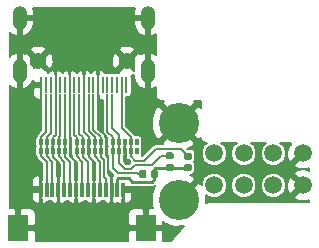
<source format=gtl>
G04 #@! TF.GenerationSoftware,KiCad,Pcbnew,(5.0.1)-4*
G04 #@! TF.CreationDate,2019-03-10T19:19:02+01:00*
G04 #@! TF.ProjectId,wii_hdmi_pcb,7769695F68646D695F7063622E6B6963,rev?*
G04 #@! TF.SameCoordinates,Original*
G04 #@! TF.FileFunction,Copper,L1,Top,Signal*
G04 #@! TF.FilePolarity,Positive*
%FSLAX46Y46*%
G04 Gerber Fmt 4.6, Leading zero omitted, Abs format (unit mm)*
G04 Created by KiCad (PCBNEW (5.0.1)-4) date 10.03.2019 19:19:02*
%MOMM*%
%LPD*%
G01*
G04 APERTURE LIST*
G04 #@! TA.AperFunction,SMDPad,CuDef*
%ADD10R,0.300000X1.300000*%
G04 #@! TD*
G04 #@! TA.AperFunction,SMDPad,CuDef*
%ADD11R,1.800000X2.200000*%
G04 #@! TD*
G04 #@! TA.AperFunction,SMDPad,CuDef*
%ADD12R,0.230000X1.400000*%
G04 #@! TD*
G04 #@! TA.AperFunction,ComponentPad*
%ADD13C,1.400000*%
G04 #@! TD*
G04 #@! TA.AperFunction,ComponentPad*
%ADD14O,1.250000X2.000000*%
G04 #@! TD*
G04 #@! TA.AperFunction,ComponentPad*
%ADD15C,1.500000*%
G04 #@! TD*
G04 #@! TA.AperFunction,ComponentPad*
%ADD16C,3.400000*%
G04 #@! TD*
G04 #@! TA.AperFunction,SMDPad,CuDef*
%ADD17R,0.300000X0.550000*%
G04 #@! TD*
G04 #@! TA.AperFunction,SMDPad,CuDef*
%ADD18R,0.400000X0.550000*%
G04 #@! TD*
G04 #@! TA.AperFunction,Conductor*
%ADD19C,0.100000*%
G04 #@! TD*
G04 #@! TA.AperFunction,SMDPad,CuDef*
%ADD20C,0.590000*%
G04 #@! TD*
G04 #@! TA.AperFunction,ViaPad*
%ADD21C,0.600000*%
G04 #@! TD*
G04 #@! TA.AperFunction,Conductor*
%ADD22C,0.150000*%
G04 #@! TD*
G04 #@! TA.AperFunction,Conductor*
%ADD23C,0.250000*%
G04 #@! TD*
G04 #@! TA.AperFunction,Conductor*
%ADD24C,0.200000*%
G04 #@! TD*
G04 APERTURE END LIST*
D10*
G04 #@! TO.P,J1,15*
G04 #@! TO.N,GND*
X138562000Y-68378000D03*
G04 #@! TO.P,J1,14*
G04 #@! TO.N,+5V*
X138062000Y-68378000D03*
G04 #@! TO.P,J1,13*
G04 #@! TO.N,GND*
X137562000Y-68378000D03*
G04 #@! TO.P,J1,12*
G04 #@! TO.N,TMDS_CLOCK_-*
X137062000Y-68378000D03*
G04 #@! TO.P,J1,11*
G04 #@! TO.N,TMDS_CLOCK_+*
X136562000Y-68378000D03*
G04 #@! TO.P,J1,10*
G04 #@! TO.N,GND*
X136062000Y-68378000D03*
G04 #@! TO.P,J1,9*
G04 #@! TO.N,TMDS_DATA0_-*
X135562000Y-68378000D03*
G04 #@! TO.P,J1,8*
G04 #@! TO.N,TMDS_DATA0_+*
X135062000Y-68378000D03*
G04 #@! TO.P,J1,7*
G04 #@! TO.N,GND*
X134562000Y-68378000D03*
G04 #@! TO.P,J1,6*
G04 #@! TO.N,TMDS_DATA1_-*
X134062000Y-68378000D03*
G04 #@! TO.P,J1,5*
G04 #@! TO.N,TMDS_DATA1_+*
X133562000Y-68378000D03*
G04 #@! TO.P,J1,4*
G04 #@! TO.N,GND*
X133062000Y-68378000D03*
G04 #@! TO.P,J1,3*
G04 #@! TO.N,TMDS_DATA2_-*
X132562000Y-68378000D03*
G04 #@! TO.P,J1,2*
G04 #@! TO.N,TMDS_DATA2_+*
X132062000Y-68378000D03*
G04 #@! TO.P,J1,1*
G04 #@! TO.N,GND*
X131562000Y-68378000D03*
D11*
G04 #@! TO.P,J1,MP*
X129662000Y-71628000D03*
X140462000Y-71628000D03*
G04 #@! TD*
D12*
G04 #@! TO.P,J2,16*
G04 #@! TO.N,SDA*
X137619000Y-59542000D03*
G04 #@! TO.P,J2,17*
G04 #@! TO.N,Net-(J2-Pad17)*
X138019000Y-59542000D03*
G04 #@! TO.P,J2,18*
G04 #@! TO.N,POWER_EDID*
X138419000Y-59542000D03*
G04 #@! TO.P,J2,19*
G04 #@! TO.N,Net-(J2-Pad19)*
X138819000Y-59542000D03*
D13*
G04 #@! TO.P,J2,SH*
G04 #@! TO.N,GND*
X131366000Y-57486000D03*
X138866000Y-57486000D03*
D14*
X129794000Y-53848000D03*
X140644000Y-53848000D03*
X129794000Y-58348000D03*
X140644000Y-58348000D03*
D12*
G04 #@! TO.P,J2,12*
G04 #@! TO.N,TMDS_CLOCK_-*
X136019000Y-59542000D03*
G04 #@! TO.P,J2,14*
G04 #@! TO.N,Net-(J2-Pad14)*
X136819000Y-59542000D03*
G04 #@! TO.P,J2,15*
G04 #@! TO.N,SCL*
X137219000Y-59542000D03*
G04 #@! TO.P,J2,13*
G04 #@! TO.N,GND*
X136419000Y-59542000D03*
G04 #@! TO.P,J2,6*
G04 #@! TO.N,TMDS_DATA1_-*
X133619000Y-59542000D03*
G04 #@! TO.P,J2,4*
G04 #@! TO.N,GND*
X132819000Y-59542000D03*
G04 #@! TO.P,J2,9*
G04 #@! TO.N,TMDS_DATA0_-*
X134819000Y-59542000D03*
G04 #@! TO.P,J2,10*
G04 #@! TO.N,GND*
X135219000Y-59542000D03*
G04 #@! TO.P,J2,11*
G04 #@! TO.N,TMDS_CLOCK_+*
X135619000Y-59542000D03*
G04 #@! TO.P,J2,5*
G04 #@! TO.N,TMDS_DATA1_+*
X133219000Y-59542000D03*
G04 #@! TO.P,J2,8*
G04 #@! TO.N,TMDS_DATA0_+*
X134419000Y-59542000D03*
G04 #@! TO.P,J2,7*
G04 #@! TO.N,GND*
X134019000Y-59542000D03*
G04 #@! TO.P,J2,2*
G04 #@! TO.N,TMDS_DATA2_+*
X132019000Y-59542000D03*
G04 #@! TO.P,J2,3*
G04 #@! TO.N,TMDS_DATA2_-*
X132419000Y-59542000D03*
G04 #@! TO.P,J2,1*
G04 #@! TO.N,GND*
X131619000Y-59542000D03*
G04 #@! TD*
D15*
G04 #@! TO.P,J3,3*
G04 #@! TO.N,Net-(J3-Pad3)*
X148756000Y-65326000D03*
G04 #@! TO.P,J3,7*
G04 #@! TO.N,GND*
X153756000Y-65326000D03*
G04 #@! TO.P,J3,5*
G04 #@! TO.N,Net-(J3-Pad5)*
X151256000Y-65326000D03*
G04 #@! TO.P,J3,1*
G04 #@! TO.N,Net-(J3-Pad1)*
X146256000Y-65326000D03*
G04 #@! TO.P,J3,8*
G04 #@! TO.N,GND*
X153756000Y-68026000D03*
G04 #@! TO.P,J3,6*
G04 #@! TO.N,Net-(J3-Pad6)*
X151256000Y-68026000D03*
G04 #@! TO.P,J3,4*
G04 #@! TO.N,Net-(J3-Pad4)*
X148756000Y-68026000D03*
G04 #@! TO.P,J3,2*
G04 #@! TO.N,Net-(J3-Pad2)*
X146256000Y-68026000D03*
D16*
G04 #@! TO.P,J3,10*
G04 #@! TO.N,GND*
X143256000Y-69238000D03*
G04 #@! TO.P,J3,9*
X143256000Y-62738000D03*
G04 #@! TD*
D17*
G04 #@! TO.P,U1,2*
G04 #@! TO.N,TMDS_DATA2_-*
X132088000Y-65155000D03*
G04 #@! TO.P,U1,1*
G04 #@! TO.N,TMDS_DATA2_+*
X131588000Y-65155000D03*
G04 #@! TO.P,U1,10*
X131588000Y-64385000D03*
G04 #@! TO.P,U1,9*
G04 #@! TO.N,TMDS_DATA2_-*
X132088000Y-64385000D03*
G04 #@! TO.P,U1,4*
G04 #@! TO.N,TMDS_DATA1_+*
X133088000Y-65155000D03*
G04 #@! TO.P,U1,5*
G04 #@! TO.N,TMDS_DATA1_-*
X133588000Y-65155000D03*
G04 #@! TO.P,U1,6*
X133588000Y-64385000D03*
G04 #@! TO.P,U1,7*
G04 #@! TO.N,TMDS_DATA1_+*
X133088000Y-64385000D03*
D18*
G04 #@! TO.P,U1,8*
G04 #@! TO.N,GND*
X132588000Y-64385000D03*
G04 #@! TO.P,U1,3*
X132588000Y-65155000D03*
G04 #@! TD*
D17*
G04 #@! TO.P,U2,2*
G04 #@! TO.N,TMDS_DATA0_-*
X135128000Y-65155000D03*
G04 #@! TO.P,U2,1*
G04 #@! TO.N,TMDS_DATA0_+*
X134628000Y-65155000D03*
G04 #@! TO.P,U2,10*
X134628000Y-64385000D03*
G04 #@! TO.P,U2,9*
G04 #@! TO.N,TMDS_DATA0_-*
X135128000Y-64385000D03*
G04 #@! TO.P,U2,4*
G04 #@! TO.N,TMDS_CLOCK_+*
X136128000Y-65155000D03*
G04 #@! TO.P,U2,5*
G04 #@! TO.N,TMDS_CLOCK_-*
X136628000Y-65155000D03*
G04 #@! TO.P,U2,6*
X136628000Y-64385000D03*
G04 #@! TO.P,U2,7*
G04 #@! TO.N,TMDS_CLOCK_+*
X136128000Y-64385000D03*
D18*
G04 #@! TO.P,U2,8*
G04 #@! TO.N,GND*
X135628000Y-64385000D03*
G04 #@! TO.P,U2,3*
X135628000Y-65155000D03*
G04 #@! TD*
D17*
G04 #@! TO.P,U3,2*
G04 #@! TO.N,SDA*
X138184000Y-65155000D03*
G04 #@! TO.P,U3,1*
G04 #@! TO.N,SCL*
X137684000Y-65155000D03*
G04 #@! TO.P,U3,10*
X137684000Y-64385000D03*
G04 #@! TO.P,U3,9*
G04 #@! TO.N,SDA*
X138184000Y-64385000D03*
G04 #@! TO.P,U3,4*
G04 #@! TO.N,POWER_EDID*
X139184000Y-65155000D03*
G04 #@! TO.P,U3,5*
G04 #@! TO.N,Net-(U3-Pad5)*
X139684000Y-65155000D03*
G04 #@! TO.P,U3,6*
G04 #@! TO.N,Net-(U3-Pad6)*
X139684000Y-64385000D03*
G04 #@! TO.P,U3,7*
G04 #@! TO.N,POWER_EDID*
X139184000Y-64385000D03*
D18*
G04 #@! TO.P,U3,8*
G04 #@! TO.N,GND*
X138684000Y-64385000D03*
G04 #@! TO.P,U3,3*
X138684000Y-65155000D03*
G04 #@! TD*
D19*
G04 #@! TO.N,+5V*
G04 #@! TO.C,R1*
G36*
X144204958Y-66230710D02*
X144219276Y-66232834D01*
X144233317Y-66236351D01*
X144246946Y-66241228D01*
X144260031Y-66247417D01*
X144272447Y-66254858D01*
X144284073Y-66263481D01*
X144294798Y-66273202D01*
X144304519Y-66283927D01*
X144313142Y-66295553D01*
X144320583Y-66307969D01*
X144326772Y-66321054D01*
X144331649Y-66334683D01*
X144335166Y-66348724D01*
X144337290Y-66363042D01*
X144338000Y-66377500D01*
X144338000Y-66672500D01*
X144337290Y-66686958D01*
X144335166Y-66701276D01*
X144331649Y-66715317D01*
X144326772Y-66728946D01*
X144320583Y-66742031D01*
X144313142Y-66754447D01*
X144304519Y-66766073D01*
X144294798Y-66776798D01*
X144284073Y-66786519D01*
X144272447Y-66795142D01*
X144260031Y-66802583D01*
X144246946Y-66808772D01*
X144233317Y-66813649D01*
X144219276Y-66817166D01*
X144204958Y-66819290D01*
X144190500Y-66820000D01*
X143845500Y-66820000D01*
X143831042Y-66819290D01*
X143816724Y-66817166D01*
X143802683Y-66813649D01*
X143789054Y-66808772D01*
X143775969Y-66802583D01*
X143763553Y-66795142D01*
X143751927Y-66786519D01*
X143741202Y-66776798D01*
X143731481Y-66766073D01*
X143722858Y-66754447D01*
X143715417Y-66742031D01*
X143709228Y-66728946D01*
X143704351Y-66715317D01*
X143700834Y-66701276D01*
X143698710Y-66686958D01*
X143698000Y-66672500D01*
X143698000Y-66377500D01*
X143698710Y-66363042D01*
X143700834Y-66348724D01*
X143704351Y-66334683D01*
X143709228Y-66321054D01*
X143715417Y-66307969D01*
X143722858Y-66295553D01*
X143731481Y-66283927D01*
X143741202Y-66273202D01*
X143751927Y-66263481D01*
X143763553Y-66254858D01*
X143775969Y-66247417D01*
X143789054Y-66241228D01*
X143802683Y-66236351D01*
X143816724Y-66232834D01*
X143831042Y-66230710D01*
X143845500Y-66230000D01*
X144190500Y-66230000D01*
X144204958Y-66230710D01*
X144204958Y-66230710D01*
G37*
D20*
G04 #@! TD*
G04 #@! TO.P,R1,2*
G04 #@! TO.N,+5V*
X144018000Y-66525000D03*
D19*
G04 #@! TO.N,POWER_EDID*
G04 #@! TO.C,R1*
G36*
X144204958Y-65260710D02*
X144219276Y-65262834D01*
X144233317Y-65266351D01*
X144246946Y-65271228D01*
X144260031Y-65277417D01*
X144272447Y-65284858D01*
X144284073Y-65293481D01*
X144294798Y-65303202D01*
X144304519Y-65313927D01*
X144313142Y-65325553D01*
X144320583Y-65337969D01*
X144326772Y-65351054D01*
X144331649Y-65364683D01*
X144335166Y-65378724D01*
X144337290Y-65393042D01*
X144338000Y-65407500D01*
X144338000Y-65702500D01*
X144337290Y-65716958D01*
X144335166Y-65731276D01*
X144331649Y-65745317D01*
X144326772Y-65758946D01*
X144320583Y-65772031D01*
X144313142Y-65784447D01*
X144304519Y-65796073D01*
X144294798Y-65806798D01*
X144284073Y-65816519D01*
X144272447Y-65825142D01*
X144260031Y-65832583D01*
X144246946Y-65838772D01*
X144233317Y-65843649D01*
X144219276Y-65847166D01*
X144204958Y-65849290D01*
X144190500Y-65850000D01*
X143845500Y-65850000D01*
X143831042Y-65849290D01*
X143816724Y-65847166D01*
X143802683Y-65843649D01*
X143789054Y-65838772D01*
X143775969Y-65832583D01*
X143763553Y-65825142D01*
X143751927Y-65816519D01*
X143741202Y-65806798D01*
X143731481Y-65796073D01*
X143722858Y-65784447D01*
X143715417Y-65772031D01*
X143709228Y-65758946D01*
X143704351Y-65745317D01*
X143700834Y-65731276D01*
X143698710Y-65716958D01*
X143698000Y-65702500D01*
X143698000Y-65407500D01*
X143698710Y-65393042D01*
X143700834Y-65378724D01*
X143704351Y-65364683D01*
X143709228Y-65351054D01*
X143715417Y-65337969D01*
X143722858Y-65325553D01*
X143731481Y-65313927D01*
X143741202Y-65303202D01*
X143751927Y-65293481D01*
X143763553Y-65284858D01*
X143775969Y-65277417D01*
X143789054Y-65271228D01*
X143802683Y-65266351D01*
X143816724Y-65262834D01*
X143831042Y-65260710D01*
X143845500Y-65260000D01*
X144190500Y-65260000D01*
X144204958Y-65260710D01*
X144204958Y-65260710D01*
G37*
D20*
G04 #@! TD*
G04 #@! TO.P,R1,1*
G04 #@! TO.N,POWER_EDID*
X144018000Y-65555000D03*
D19*
G04 #@! TO.N,SDA*
G04 #@! TO.C,R2*
G36*
X142680958Y-65237710D02*
X142695276Y-65239834D01*
X142709317Y-65243351D01*
X142722946Y-65248228D01*
X142736031Y-65254417D01*
X142748447Y-65261858D01*
X142760073Y-65270481D01*
X142770798Y-65280202D01*
X142780519Y-65290927D01*
X142789142Y-65302553D01*
X142796583Y-65314969D01*
X142802772Y-65328054D01*
X142807649Y-65341683D01*
X142811166Y-65355724D01*
X142813290Y-65370042D01*
X142814000Y-65384500D01*
X142814000Y-65679500D01*
X142813290Y-65693958D01*
X142811166Y-65708276D01*
X142807649Y-65722317D01*
X142802772Y-65735946D01*
X142796583Y-65749031D01*
X142789142Y-65761447D01*
X142780519Y-65773073D01*
X142770798Y-65783798D01*
X142760073Y-65793519D01*
X142748447Y-65802142D01*
X142736031Y-65809583D01*
X142722946Y-65815772D01*
X142709317Y-65820649D01*
X142695276Y-65824166D01*
X142680958Y-65826290D01*
X142666500Y-65827000D01*
X142321500Y-65827000D01*
X142307042Y-65826290D01*
X142292724Y-65824166D01*
X142278683Y-65820649D01*
X142265054Y-65815772D01*
X142251969Y-65809583D01*
X142239553Y-65802142D01*
X142227927Y-65793519D01*
X142217202Y-65783798D01*
X142207481Y-65773073D01*
X142198858Y-65761447D01*
X142191417Y-65749031D01*
X142185228Y-65735946D01*
X142180351Y-65722317D01*
X142176834Y-65708276D01*
X142174710Y-65693958D01*
X142174000Y-65679500D01*
X142174000Y-65384500D01*
X142174710Y-65370042D01*
X142176834Y-65355724D01*
X142180351Y-65341683D01*
X142185228Y-65328054D01*
X142191417Y-65314969D01*
X142198858Y-65302553D01*
X142207481Y-65290927D01*
X142217202Y-65280202D01*
X142227927Y-65270481D01*
X142239553Y-65261858D01*
X142251969Y-65254417D01*
X142265054Y-65248228D01*
X142278683Y-65243351D01*
X142292724Y-65239834D01*
X142307042Y-65237710D01*
X142321500Y-65237000D01*
X142666500Y-65237000D01*
X142680958Y-65237710D01*
X142680958Y-65237710D01*
G37*
D20*
G04 #@! TD*
G04 #@! TO.P,R2,2*
G04 #@! TO.N,SDA*
X142494000Y-65532000D03*
D19*
G04 #@! TO.N,+5V*
G04 #@! TO.C,R2*
G36*
X142680958Y-66207710D02*
X142695276Y-66209834D01*
X142709317Y-66213351D01*
X142722946Y-66218228D01*
X142736031Y-66224417D01*
X142748447Y-66231858D01*
X142760073Y-66240481D01*
X142770798Y-66250202D01*
X142780519Y-66260927D01*
X142789142Y-66272553D01*
X142796583Y-66284969D01*
X142802772Y-66298054D01*
X142807649Y-66311683D01*
X142811166Y-66325724D01*
X142813290Y-66340042D01*
X142814000Y-66354500D01*
X142814000Y-66649500D01*
X142813290Y-66663958D01*
X142811166Y-66678276D01*
X142807649Y-66692317D01*
X142802772Y-66705946D01*
X142796583Y-66719031D01*
X142789142Y-66731447D01*
X142780519Y-66743073D01*
X142770798Y-66753798D01*
X142760073Y-66763519D01*
X142748447Y-66772142D01*
X142736031Y-66779583D01*
X142722946Y-66785772D01*
X142709317Y-66790649D01*
X142695276Y-66794166D01*
X142680958Y-66796290D01*
X142666500Y-66797000D01*
X142321500Y-66797000D01*
X142307042Y-66796290D01*
X142292724Y-66794166D01*
X142278683Y-66790649D01*
X142265054Y-66785772D01*
X142251969Y-66779583D01*
X142239553Y-66772142D01*
X142227927Y-66763519D01*
X142217202Y-66753798D01*
X142207481Y-66743073D01*
X142198858Y-66731447D01*
X142191417Y-66719031D01*
X142185228Y-66705946D01*
X142180351Y-66692317D01*
X142176834Y-66678276D01*
X142174710Y-66663958D01*
X142174000Y-66649500D01*
X142174000Y-66354500D01*
X142174710Y-66340042D01*
X142176834Y-66325724D01*
X142180351Y-66311683D01*
X142185228Y-66298054D01*
X142191417Y-66284969D01*
X142198858Y-66272553D01*
X142207481Y-66260927D01*
X142217202Y-66250202D01*
X142227927Y-66240481D01*
X142239553Y-66231858D01*
X142251969Y-66224417D01*
X142265054Y-66218228D01*
X142278683Y-66213351D01*
X142292724Y-66209834D01*
X142307042Y-66207710D01*
X142321500Y-66207000D01*
X142666500Y-66207000D01*
X142680958Y-66207710D01*
X142680958Y-66207710D01*
G37*
D20*
G04 #@! TD*
G04 #@! TO.P,R2,1*
G04 #@! TO.N,+5V*
X142494000Y-66502000D03*
D19*
G04 #@! TO.N,+5V*
G04 #@! TO.C,R3*
G36*
X141339958Y-66736710D02*
X141354276Y-66738834D01*
X141368317Y-66742351D01*
X141381946Y-66747228D01*
X141395031Y-66753417D01*
X141407447Y-66760858D01*
X141419073Y-66769481D01*
X141429798Y-66779202D01*
X141439519Y-66789927D01*
X141448142Y-66801553D01*
X141455583Y-66813969D01*
X141461772Y-66827054D01*
X141466649Y-66840683D01*
X141470166Y-66854724D01*
X141472290Y-66869042D01*
X141473000Y-66883500D01*
X141473000Y-67228500D01*
X141472290Y-67242958D01*
X141470166Y-67257276D01*
X141466649Y-67271317D01*
X141461772Y-67284946D01*
X141455583Y-67298031D01*
X141448142Y-67310447D01*
X141439519Y-67322073D01*
X141429798Y-67332798D01*
X141419073Y-67342519D01*
X141407447Y-67351142D01*
X141395031Y-67358583D01*
X141381946Y-67364772D01*
X141368317Y-67369649D01*
X141354276Y-67373166D01*
X141339958Y-67375290D01*
X141325500Y-67376000D01*
X141030500Y-67376000D01*
X141016042Y-67375290D01*
X141001724Y-67373166D01*
X140987683Y-67369649D01*
X140974054Y-67364772D01*
X140960969Y-67358583D01*
X140948553Y-67351142D01*
X140936927Y-67342519D01*
X140926202Y-67332798D01*
X140916481Y-67322073D01*
X140907858Y-67310447D01*
X140900417Y-67298031D01*
X140894228Y-67284946D01*
X140889351Y-67271317D01*
X140885834Y-67257276D01*
X140883710Y-67242958D01*
X140883000Y-67228500D01*
X140883000Y-66883500D01*
X140883710Y-66869042D01*
X140885834Y-66854724D01*
X140889351Y-66840683D01*
X140894228Y-66827054D01*
X140900417Y-66813969D01*
X140907858Y-66801553D01*
X140916481Y-66789927D01*
X140926202Y-66779202D01*
X140936927Y-66769481D01*
X140948553Y-66760858D01*
X140960969Y-66753417D01*
X140974054Y-66747228D01*
X140987683Y-66742351D01*
X141001724Y-66738834D01*
X141016042Y-66736710D01*
X141030500Y-66736000D01*
X141325500Y-66736000D01*
X141339958Y-66736710D01*
X141339958Y-66736710D01*
G37*
D20*
G04 #@! TD*
G04 #@! TO.P,R3,2*
G04 #@! TO.N,+5V*
X141178000Y-67056000D03*
D19*
G04 #@! TO.N,SCL*
G04 #@! TO.C,R3*
G36*
X140369958Y-66736710D02*
X140384276Y-66738834D01*
X140398317Y-66742351D01*
X140411946Y-66747228D01*
X140425031Y-66753417D01*
X140437447Y-66760858D01*
X140449073Y-66769481D01*
X140459798Y-66779202D01*
X140469519Y-66789927D01*
X140478142Y-66801553D01*
X140485583Y-66813969D01*
X140491772Y-66827054D01*
X140496649Y-66840683D01*
X140500166Y-66854724D01*
X140502290Y-66869042D01*
X140503000Y-66883500D01*
X140503000Y-67228500D01*
X140502290Y-67242958D01*
X140500166Y-67257276D01*
X140496649Y-67271317D01*
X140491772Y-67284946D01*
X140485583Y-67298031D01*
X140478142Y-67310447D01*
X140469519Y-67322073D01*
X140459798Y-67332798D01*
X140449073Y-67342519D01*
X140437447Y-67351142D01*
X140425031Y-67358583D01*
X140411946Y-67364772D01*
X140398317Y-67369649D01*
X140384276Y-67373166D01*
X140369958Y-67375290D01*
X140355500Y-67376000D01*
X140060500Y-67376000D01*
X140046042Y-67375290D01*
X140031724Y-67373166D01*
X140017683Y-67369649D01*
X140004054Y-67364772D01*
X139990969Y-67358583D01*
X139978553Y-67351142D01*
X139966927Y-67342519D01*
X139956202Y-67332798D01*
X139946481Y-67322073D01*
X139937858Y-67310447D01*
X139930417Y-67298031D01*
X139924228Y-67284946D01*
X139919351Y-67271317D01*
X139915834Y-67257276D01*
X139913710Y-67242958D01*
X139913000Y-67228500D01*
X139913000Y-66883500D01*
X139913710Y-66869042D01*
X139915834Y-66854724D01*
X139919351Y-66840683D01*
X139924228Y-66827054D01*
X139930417Y-66813969D01*
X139937858Y-66801553D01*
X139946481Y-66789927D01*
X139956202Y-66779202D01*
X139966927Y-66769481D01*
X139978553Y-66760858D01*
X139990969Y-66753417D01*
X140004054Y-66747228D01*
X140017683Y-66742351D01*
X140031724Y-66738834D01*
X140046042Y-66736710D01*
X140060500Y-66736000D01*
X140355500Y-66736000D01*
X140369958Y-66736710D01*
X140369958Y-66736710D01*
G37*
D20*
G04 #@! TD*
G04 #@! TO.P,R3,1*
G04 #@! TO.N,SCL*
X140208000Y-67056000D03*
D21*
G04 #@! TO.N,GND*
X138938000Y-66040000D03*
G04 #@! TD*
D22*
G04 #@! TO.N,GND*
X135628000Y-64385000D02*
X135628000Y-65155000D01*
X132588000Y-64385000D02*
X132588000Y-65155000D01*
X138684000Y-64385000D02*
X138684000Y-65155000D01*
X132588000Y-65585012D02*
X133096000Y-66093012D01*
X132588000Y-65155000D02*
X132588000Y-65585012D01*
X132588000Y-63960000D02*
X132588000Y-64385000D01*
X132588000Y-63954988D02*
X132588000Y-63960000D01*
X132819000Y-63723988D02*
X132588000Y-63954988D01*
X132819000Y-60282000D02*
X132819000Y-63723988D01*
X132819000Y-60282000D02*
X132819000Y-58951000D01*
X134019000Y-60282000D02*
X134019000Y-59089000D01*
X135219000Y-60282000D02*
X135219000Y-59019000D01*
X136419000Y-60282000D02*
X136419000Y-58949000D01*
X135219000Y-61032000D02*
X135219000Y-60282000D01*
X135219000Y-63500986D02*
X135219000Y-61032000D01*
X135628000Y-63909986D02*
X135219000Y-63500986D01*
X135628000Y-64385000D02*
X135628000Y-63909986D01*
X134019000Y-60282000D02*
X134019000Y-65216012D01*
X134019000Y-65521024D02*
X134620000Y-66122024D01*
X134019000Y-65216012D02*
X134019000Y-65521024D01*
X135628000Y-65590024D02*
X136144000Y-66106024D01*
X135628000Y-65155000D02*
X135628000Y-65590024D01*
X136419000Y-63216022D02*
X137160000Y-63957022D01*
X136419000Y-60282000D02*
X136419000Y-63216022D01*
X137160000Y-63957022D02*
X137160000Y-65278000D01*
X137562000Y-67293002D02*
X137262018Y-66993020D01*
X137562000Y-68378000D02*
X137562000Y-67293002D01*
X137262018Y-66993020D02*
X137262018Y-66637006D01*
X137160000Y-65622024D02*
X137262018Y-65724042D01*
X137160000Y-65278000D02*
X137160000Y-65622024D01*
X137262018Y-65724042D02*
X137262018Y-66802000D01*
D23*
X138684000Y-65786000D02*
X138684000Y-65155000D01*
X138938000Y-66040000D02*
X138684000Y-65786000D01*
D22*
X132819000Y-59542000D02*
X132819000Y-58189000D01*
X134019000Y-59542000D02*
X134019000Y-58259000D01*
X135219000Y-59542000D02*
X135219000Y-58329000D01*
X136419000Y-59542000D02*
X136419000Y-58399000D01*
G04 #@! TO.N,TMDS_DATA2_+*
X132019000Y-61032000D02*
X132019000Y-60282000D01*
X132019000Y-63529000D02*
X132019000Y-61032000D01*
X131588000Y-63960000D02*
X132019000Y-63529000D01*
X131588000Y-64385000D02*
X131588000Y-63960000D01*
X132062000Y-67578000D02*
X132062000Y-68378000D01*
X132062000Y-66054000D02*
X132062000Y-67578000D01*
X131588000Y-65580000D02*
X132062000Y-66054000D01*
X131588000Y-65155000D02*
X131588000Y-65580000D01*
X131588000Y-64385000D02*
X131588000Y-65155000D01*
G04 #@! TO.N,TMDS_DATA2_-*
X132419000Y-61032000D02*
X132419000Y-60282000D01*
X132419000Y-63629000D02*
X132419000Y-61032000D01*
X132088000Y-63960000D02*
X132419000Y-63629000D01*
X132088000Y-64385000D02*
X132088000Y-63960000D01*
X132562000Y-67578000D02*
X132562000Y-68378000D01*
X132562000Y-66054000D02*
X132562000Y-67578000D01*
X132088000Y-65580000D02*
X132562000Y-66054000D01*
X132088000Y-65155000D02*
X132088000Y-65580000D01*
X132088000Y-64385000D02*
X132088000Y-65155000D01*
G04 #@! TO.N,TMDS_DATA1_+*
X133219000Y-61032000D02*
X133219000Y-60282000D01*
X133219000Y-63829000D02*
X133219000Y-61032000D01*
X133088000Y-63960000D02*
X133219000Y-63829000D01*
X133088000Y-64385000D02*
X133088000Y-63960000D01*
X133562000Y-67578000D02*
X133562000Y-68378000D01*
X133562000Y-66054000D02*
X133562000Y-67578000D01*
X133088000Y-65580000D02*
X133562000Y-66054000D01*
X133088000Y-65155000D02*
X133088000Y-65580000D01*
X133088000Y-64385000D02*
X133088000Y-65155000D01*
G04 #@! TO.N,TMDS_DATA1_-*
X133619000Y-64354000D02*
X133588000Y-64385000D01*
X133619000Y-60282000D02*
X133619000Y-64354000D01*
X133588000Y-65155000D02*
X133588000Y-65280000D01*
X133588000Y-64385000D02*
X133588000Y-65155000D01*
X134062000Y-67578000D02*
X134062000Y-68378000D01*
X134062000Y-66059012D02*
X134062000Y-67578000D01*
X133588000Y-65585012D02*
X134062000Y-66059012D01*
X133588000Y-65155000D02*
X133588000Y-65585012D01*
G04 #@! TO.N,TMDS_DATA0_+*
X134419000Y-61032000D02*
X134419000Y-60282000D01*
X134419000Y-63751000D02*
X134419000Y-61032000D01*
X134628000Y-63960000D02*
X134419000Y-63751000D01*
X134628000Y-64385000D02*
X134628000Y-63960000D01*
X135062000Y-67578000D02*
X135062000Y-68378000D01*
X135062000Y-66014000D02*
X135062000Y-67578000D01*
X134628000Y-65580000D02*
X135062000Y-66014000D01*
X134628000Y-65155000D02*
X134628000Y-65580000D01*
X134628000Y-64385000D02*
X134628000Y-65155000D01*
G04 #@! TO.N,TMDS_DATA0_-*
X135128000Y-63964998D02*
X135128000Y-64385000D01*
X134819000Y-63655998D02*
X135128000Y-63964998D01*
X134819000Y-60282000D02*
X134819000Y-63655998D01*
X135562000Y-67578000D02*
X135562000Y-68378000D01*
X135562000Y-66019012D02*
X135562000Y-67578000D01*
X135128000Y-65585012D02*
X135562000Y-66019012D01*
X135128000Y-65155000D02*
X135128000Y-65585012D01*
X135128000Y-64385000D02*
X135128000Y-65155000D01*
G04 #@! TO.N,TMDS_CLOCK_+*
X136128000Y-63960000D02*
X136128000Y-64385000D01*
X136128000Y-63914998D02*
X136128000Y-63960000D01*
X135619000Y-63405998D02*
X136128000Y-63914998D01*
X135619000Y-60282000D02*
X135619000Y-63405998D01*
X136562000Y-67578000D02*
X136562000Y-68378000D01*
X136562000Y-66014000D02*
X136562000Y-67578000D01*
X136128000Y-65580000D02*
X136562000Y-66014000D01*
X136128000Y-65155000D02*
X136128000Y-65580000D01*
X136128000Y-64385000D02*
X136128000Y-65155000D01*
G04 #@! TO.N,TMDS_CLOCK_-*
X136628000Y-63960000D02*
X136628000Y-64385000D01*
X136628000Y-63920010D02*
X136628000Y-63960000D01*
X136019000Y-63311010D02*
X136628000Y-63920010D01*
X136019000Y-60282000D02*
X136019000Y-63311010D01*
X137062000Y-67578000D02*
X137062000Y-68378000D01*
X137062000Y-67466000D02*
X137062000Y-67578000D01*
X136912008Y-67316008D02*
X137062000Y-67466000D01*
X136912008Y-65869020D02*
X136912008Y-67316008D01*
X136628000Y-65585012D02*
X136912008Y-65869020D01*
X136628000Y-65155000D02*
X136628000Y-65585012D01*
X136628000Y-64385000D02*
X136628000Y-65155000D01*
D23*
G04 #@! TO.N,+5V*
X138137001Y-67402999D02*
X139030999Y-67402999D01*
X138062000Y-68378000D02*
X138062000Y-67478000D01*
X138062000Y-67478000D02*
X138137001Y-67402999D01*
X141178000Y-67476000D02*
X141178000Y-67056000D01*
X140952990Y-67701010D02*
X141178000Y-67476000D01*
X139329010Y-67701010D02*
X140952990Y-67701010D01*
X139030999Y-67402999D02*
X139329010Y-67701010D01*
X141266000Y-66548000D02*
X142494000Y-66548000D01*
X141178000Y-67056000D02*
X141178000Y-66636000D01*
X141178000Y-66636000D02*
X141266000Y-66548000D01*
X142494000Y-66525000D02*
X144018000Y-66525000D01*
D22*
G04 #@! TO.N,SDA*
X138176000Y-65163000D02*
X138184000Y-65155000D01*
X137619000Y-61032000D02*
X137619000Y-60282000D01*
X137619000Y-63197000D02*
X137619000Y-61032000D01*
X138184000Y-63762000D02*
X137619000Y-63197000D01*
X138184000Y-64385000D02*
X138184000Y-63762000D01*
X138184000Y-64385000D02*
X138184000Y-65155000D01*
X142494000Y-65532000D02*
X141716301Y-65532000D01*
X141716301Y-65532000D02*
X140954301Y-66294000D01*
X138184000Y-65580000D02*
X138184000Y-65155000D01*
X138184000Y-66137002D02*
X138184000Y-65580000D01*
X138661999Y-66615001D02*
X138184000Y-66137002D01*
X139214001Y-66615001D02*
X138661999Y-66615001D01*
X139535002Y-66294000D02*
X139214001Y-66615001D01*
X140954301Y-66294000D02*
X139535002Y-66294000D01*
D24*
G04 #@! TO.N,SCL*
X137668000Y-65171000D02*
X137684000Y-65155000D01*
D22*
X137219000Y-61032000D02*
X137219000Y-60282000D01*
X137219000Y-63495000D02*
X137219000Y-61032000D01*
X137684000Y-63960000D02*
X137219000Y-63495000D01*
X137684000Y-64385000D02*
X137684000Y-63960000D01*
X137684000Y-64385000D02*
X137684000Y-65155000D01*
X137684000Y-65580000D02*
X137684000Y-65155000D01*
X137684000Y-66564000D02*
X137684000Y-65580000D01*
X138122989Y-67002989D02*
X137684000Y-66564000D01*
X139759989Y-67002989D02*
X138122989Y-67002989D01*
X139813000Y-67056000D02*
X139759989Y-67002989D01*
X140208000Y-67056000D02*
X139813000Y-67056000D01*
G04 #@! TO.N,POWER_EDID*
X139184000Y-64385000D02*
X139184000Y-65155000D01*
X143424990Y-64961990D02*
X141286010Y-64961990D01*
X144018000Y-65555000D02*
X143424990Y-64961990D01*
X141286010Y-64961990D02*
X140304010Y-65943990D01*
X139184000Y-65580000D02*
X139184000Y-65155000D01*
X139547990Y-65943990D02*
X139184000Y-65580000D01*
X140304010Y-65943990D02*
X139547990Y-65943990D01*
X138409001Y-63185001D02*
X138409001Y-61102001D01*
X139184000Y-64385000D02*
X139184000Y-63960000D01*
X139184000Y-63960000D02*
X138409001Y-63185001D01*
X138409001Y-61102001D02*
X138409001Y-60198000D01*
G04 #@! TD*
G04 #@! TO.N,GND*
G36*
X139436000Y-53294000D02*
X139436000Y-53669000D01*
X140465000Y-53669000D01*
X140465000Y-53649000D01*
X140823000Y-53649000D01*
X140823000Y-53669000D01*
X140843000Y-53669000D01*
X140843000Y-54027000D01*
X140823000Y-54027000D01*
X140823000Y-55270060D01*
X141007683Y-55374954D01*
X141332000Y-55222391D01*
X141332001Y-56973609D01*
X141007683Y-56821046D01*
X140823000Y-56925940D01*
X140823000Y-58169000D01*
X140843000Y-58169000D01*
X140843000Y-58527000D01*
X140823000Y-58527000D01*
X140823000Y-59770060D01*
X141007683Y-59874954D01*
X141332001Y-59722391D01*
X141332001Y-60412601D01*
X141324164Y-60452000D01*
X141355209Y-60608072D01*
X141443616Y-60740384D01*
X141575928Y-60828791D01*
X141692606Y-60852000D01*
X141732000Y-60859836D01*
X141771394Y-60852000D01*
X141978379Y-60852000D01*
X141844882Y-61073738D01*
X143256000Y-62484856D01*
X144667118Y-61073738D01*
X144533621Y-60852000D01*
X145142000Y-60852000D01*
X145142000Y-61460379D01*
X144920262Y-61326882D01*
X143509144Y-62738000D01*
X144920262Y-64149118D01*
X145136356Y-64019019D01*
X145165209Y-64164072D01*
X145253616Y-64296384D01*
X145385928Y-64384791D01*
X145502606Y-64408000D01*
X145542000Y-64415836D01*
X145581394Y-64408000D01*
X145663138Y-64408000D01*
X145647062Y-64414659D01*
X145344659Y-64717062D01*
X145181000Y-65112169D01*
X145181000Y-65539831D01*
X145344659Y-65934938D01*
X145647062Y-66237341D01*
X146042169Y-66401000D01*
X146469831Y-66401000D01*
X146864938Y-66237341D01*
X147167341Y-65934938D01*
X147331000Y-65539831D01*
X147331000Y-65112169D01*
X147167341Y-64717062D01*
X146864938Y-64414659D01*
X146848862Y-64408000D01*
X148163138Y-64408000D01*
X148147062Y-64414659D01*
X147844659Y-64717062D01*
X147681000Y-65112169D01*
X147681000Y-65539831D01*
X147844659Y-65934938D01*
X148147062Y-66237341D01*
X148542169Y-66401000D01*
X148969831Y-66401000D01*
X149364938Y-66237341D01*
X149667341Y-65934938D01*
X149831000Y-65539831D01*
X149831000Y-65112169D01*
X149667341Y-64717062D01*
X149364938Y-64414659D01*
X149348862Y-64408000D01*
X150663138Y-64408000D01*
X150647062Y-64414659D01*
X150344659Y-64717062D01*
X150181000Y-65112169D01*
X150181000Y-65539831D01*
X150344659Y-65934938D01*
X150647062Y-66237341D01*
X151042169Y-66401000D01*
X151469831Y-66401000D01*
X151864938Y-66237341D01*
X152167341Y-65934938D01*
X152331000Y-65539831D01*
X152331000Y-65112169D01*
X152167341Y-64717062D01*
X151864938Y-64414659D01*
X151848862Y-64408000D01*
X152753999Y-64408000D01*
X152669426Y-64492573D01*
X152780835Y-64603982D01*
X152560817Y-64678905D01*
X152404162Y-65185540D01*
X152453313Y-65713557D01*
X152560817Y-65973095D01*
X152780837Y-66048019D01*
X153502856Y-65326000D01*
X153488714Y-65311858D01*
X153741858Y-65058714D01*
X153756000Y-65072856D01*
X153770143Y-65058714D01*
X154023287Y-65311858D01*
X154009144Y-65326000D01*
X154023287Y-65340143D01*
X153770143Y-65593287D01*
X153756000Y-65579144D01*
X153033981Y-66301163D01*
X153108905Y-66521183D01*
X153615540Y-66677838D01*
X154143557Y-66628687D01*
X154286000Y-66569685D01*
X154286000Y-66794611D01*
X153896460Y-66674162D01*
X153368443Y-66723313D01*
X153108905Y-66830817D01*
X153033981Y-67050837D01*
X153756000Y-67772856D01*
X153770143Y-67758714D01*
X154023287Y-68011858D01*
X154009144Y-68026000D01*
X154023287Y-68040143D01*
X153770143Y-68293287D01*
X153756000Y-68279144D01*
X153033981Y-69001163D01*
X153108905Y-69221183D01*
X153615540Y-69377838D01*
X154143557Y-69328687D01*
X154286001Y-69269685D01*
X154286001Y-69450000D01*
X145827334Y-69450000D01*
X145779699Y-69442490D01*
X145710120Y-69459247D01*
X145639928Y-69473209D01*
X145633043Y-69477809D01*
X145624993Y-69479748D01*
X145567122Y-69521856D01*
X145551720Y-69532147D01*
X145524665Y-68814944D01*
X145647062Y-68937341D01*
X146042169Y-69101000D01*
X146469831Y-69101000D01*
X146864938Y-68937341D01*
X147167341Y-68634938D01*
X147331000Y-68239831D01*
X147331000Y-67812169D01*
X147681000Y-67812169D01*
X147681000Y-68239831D01*
X147844659Y-68634938D01*
X148147062Y-68937341D01*
X148542169Y-69101000D01*
X148969831Y-69101000D01*
X149364938Y-68937341D01*
X149667341Y-68634938D01*
X149831000Y-68239831D01*
X149831000Y-67812169D01*
X150181000Y-67812169D01*
X150181000Y-68239831D01*
X150344659Y-68634938D01*
X150647062Y-68937341D01*
X151042169Y-69101000D01*
X151469831Y-69101000D01*
X151864938Y-68937341D01*
X152167341Y-68634938D01*
X152331000Y-68239831D01*
X152331000Y-67885540D01*
X152404162Y-67885540D01*
X152453313Y-68413557D01*
X152560817Y-68673095D01*
X152780837Y-68748019D01*
X153502856Y-68026000D01*
X152780837Y-67303981D01*
X152560817Y-67378905D01*
X152404162Y-67885540D01*
X152331000Y-67885540D01*
X152331000Y-67812169D01*
X152167341Y-67417062D01*
X151864938Y-67114659D01*
X151469831Y-66951000D01*
X151042169Y-66951000D01*
X150647062Y-67114659D01*
X150344659Y-67417062D01*
X150181000Y-67812169D01*
X149831000Y-67812169D01*
X149667341Y-67417062D01*
X149364938Y-67114659D01*
X148969831Y-66951000D01*
X148542169Y-66951000D01*
X148147062Y-67114659D01*
X147844659Y-67417062D01*
X147681000Y-67812169D01*
X147331000Y-67812169D01*
X147167341Y-67417062D01*
X146864938Y-67114659D01*
X146469831Y-66951000D01*
X146042169Y-66951000D01*
X145647062Y-67114659D01*
X145344659Y-67417062D01*
X145181000Y-67812169D01*
X145181000Y-67983859D01*
X144920262Y-67826882D01*
X143509144Y-69238000D01*
X143523287Y-69252143D01*
X143270143Y-69505287D01*
X143256000Y-69491144D01*
X143241858Y-69505287D01*
X142988714Y-69252143D01*
X143002856Y-69238000D01*
X142988714Y-69223858D01*
X143241858Y-68970714D01*
X143256000Y-68984856D01*
X144667118Y-67573738D01*
X144475338Y-67255192D01*
X144193597Y-67150751D01*
X144373754Y-67114915D01*
X144529110Y-67011110D01*
X144632915Y-66855754D01*
X144669367Y-66672500D01*
X144669367Y-66377500D01*
X144632915Y-66194246D01*
X144529852Y-66040000D01*
X144632915Y-65885754D01*
X144669367Y-65702500D01*
X144669367Y-65407500D01*
X144632915Y-65224246D01*
X144529110Y-65068890D01*
X144373754Y-64965085D01*
X144190500Y-64928633D01*
X143973604Y-64928633D01*
X144475338Y-64720808D01*
X144667118Y-64402262D01*
X143256000Y-62991144D01*
X141844882Y-64402262D01*
X141941046Y-64561990D01*
X141325404Y-64561990D01*
X141286010Y-64554154D01*
X141246616Y-64561990D01*
X141129938Y-64585199D01*
X140997626Y-64673606D01*
X140975309Y-64707006D01*
X140143777Y-65538539D01*
X140165367Y-65430000D01*
X140165367Y-64880000D01*
X140143487Y-64770000D01*
X140165367Y-64660000D01*
X140165367Y-64110000D01*
X140140143Y-63983191D01*
X140068312Y-63875688D01*
X139960809Y-63803857D01*
X139834000Y-63778633D01*
X139543890Y-63778633D01*
X139472384Y-63671616D01*
X139438987Y-63649301D01*
X138809001Y-63019317D01*
X138809001Y-62370266D01*
X140957504Y-62370266D01*
X140991741Y-63277855D01*
X141273192Y-63957338D01*
X141591738Y-64149118D01*
X143002856Y-62738000D01*
X141591738Y-61326882D01*
X141273192Y-61518662D01*
X140957504Y-62370266D01*
X138809001Y-62370266D01*
X138809001Y-60573367D01*
X138934000Y-60573367D01*
X139060809Y-60548143D01*
X139168312Y-60476312D01*
X139240143Y-60368809D01*
X139265367Y-60242000D01*
X139265367Y-58842000D01*
X139244671Y-58737956D01*
X139245509Y-58737874D01*
X139436000Y-58658970D01*
X139436000Y-58902000D01*
X139596454Y-59350656D01*
X139916387Y-59703757D01*
X140280317Y-59874954D01*
X140465000Y-59770060D01*
X140465000Y-58527000D01*
X140445000Y-58527000D01*
X140445000Y-58169000D01*
X140465000Y-58169000D01*
X140465000Y-56925940D01*
X140280317Y-56821046D01*
X140045411Y-56931549D01*
X140019562Y-56869145D01*
X139804698Y-56800446D01*
X139119144Y-57486000D01*
X139436000Y-57802856D01*
X139436000Y-58309144D01*
X138866000Y-57739144D01*
X138180446Y-58424698D01*
X138212943Y-58526336D01*
X138134000Y-58510633D01*
X137904000Y-58510633D01*
X137819000Y-58527541D01*
X137734000Y-58510633D01*
X137504000Y-58510633D01*
X137419000Y-58527541D01*
X137334000Y-58510633D01*
X137104000Y-58510633D01*
X137033580Y-58524640D01*
X137028244Y-58511757D01*
X136864243Y-58347756D01*
X136649966Y-58259000D01*
X136622250Y-58259000D01*
X136476500Y-58404750D01*
X136476500Y-58603136D01*
X136469688Y-58607688D01*
X136419000Y-58683548D01*
X136368312Y-58607688D01*
X136361500Y-58603136D01*
X136361500Y-58404750D01*
X136215750Y-58259000D01*
X136188034Y-58259000D01*
X135973757Y-58347756D01*
X135819000Y-58502513D01*
X135664243Y-58347756D01*
X135449966Y-58259000D01*
X135422250Y-58259000D01*
X135276500Y-58404750D01*
X135276500Y-58603136D01*
X135269688Y-58607688D01*
X135219000Y-58683548D01*
X135168312Y-58607688D01*
X135161500Y-58603136D01*
X135161500Y-58404750D01*
X135015750Y-58259000D01*
X134988034Y-58259000D01*
X134773757Y-58347756D01*
X134619000Y-58502513D01*
X134464243Y-58347756D01*
X134249966Y-58259000D01*
X134222250Y-58259000D01*
X134076500Y-58404750D01*
X134076500Y-58603136D01*
X134069688Y-58607688D01*
X134019000Y-58683548D01*
X133968312Y-58607688D01*
X133961500Y-58603136D01*
X133961500Y-58404750D01*
X133815750Y-58259000D01*
X133788034Y-58259000D01*
X133573757Y-58347756D01*
X133419000Y-58502513D01*
X133264243Y-58347756D01*
X133049966Y-58259000D01*
X133022250Y-58259000D01*
X132876500Y-58404750D01*
X132876500Y-58603136D01*
X132869688Y-58607688D01*
X132819000Y-58683548D01*
X132768312Y-58607688D01*
X132761500Y-58603136D01*
X132761500Y-58404750D01*
X132615750Y-58259000D01*
X132588034Y-58259000D01*
X132373757Y-58347756D01*
X132219000Y-58502513D01*
X132064243Y-58347756D01*
X131911234Y-58284378D01*
X131366000Y-57739144D01*
X131002000Y-58103144D01*
X131002000Y-57794000D01*
X130950068Y-57648788D01*
X131112856Y-57486000D01*
X131619144Y-57486000D01*
X132304698Y-58171554D01*
X132519562Y-58102855D01*
X132667813Y-57614451D01*
X132642557Y-57357549D01*
X137564187Y-57357549D01*
X137614126Y-57865509D01*
X137712438Y-58102855D01*
X137927302Y-58171554D01*
X138612856Y-57486000D01*
X137927302Y-56800446D01*
X137712438Y-56869145D01*
X137564187Y-57357549D01*
X132642557Y-57357549D01*
X132617874Y-57106491D01*
X132519562Y-56869145D01*
X132304698Y-56800446D01*
X131619144Y-57486000D01*
X131112856Y-57486000D01*
X130427302Y-56800446D01*
X130240713Y-56860104D01*
X130157683Y-56821046D01*
X129973000Y-56925940D01*
X129973000Y-58169000D01*
X129993000Y-58169000D01*
X129993000Y-58527000D01*
X129973000Y-58527000D01*
X129973000Y-59770060D01*
X130157683Y-59874954D01*
X130175123Y-59866750D01*
X130921000Y-59866750D01*
X130921000Y-60357966D01*
X131009756Y-60572243D01*
X131173757Y-60736244D01*
X131388034Y-60825000D01*
X131415750Y-60825000D01*
X131561500Y-60679250D01*
X131561500Y-59721000D01*
X131066750Y-59721000D01*
X130921000Y-59866750D01*
X130175123Y-59866750D01*
X130521613Y-59703757D01*
X130841546Y-59350656D01*
X130921000Y-59128489D01*
X130921000Y-59217250D01*
X131066750Y-59363000D01*
X131561500Y-59363000D01*
X131561500Y-59343000D01*
X131572633Y-59343000D01*
X131572633Y-60242000D01*
X131597857Y-60368809D01*
X131619001Y-60400453D01*
X131619000Y-61071393D01*
X131619001Y-61071398D01*
X131619000Y-63363315D01*
X131333016Y-63649300D01*
X131299617Y-63671616D01*
X131235674Y-63767315D01*
X131211209Y-63803929D01*
X131194072Y-63890079D01*
X131131857Y-63983191D01*
X131106633Y-64110000D01*
X131106633Y-64660000D01*
X131128513Y-64770000D01*
X131106633Y-64880000D01*
X131106633Y-65430000D01*
X131131857Y-65556809D01*
X131194072Y-65649921D01*
X131211209Y-65736071D01*
X131227339Y-65760211D01*
X131299617Y-65868384D01*
X131333016Y-65890700D01*
X131662000Y-66219686D01*
X131662001Y-67265749D01*
X131637000Y-67290750D01*
X131637000Y-67554582D01*
X131605857Y-67601191D01*
X131580633Y-67728000D01*
X131580633Y-69028000D01*
X131605857Y-69154809D01*
X131637000Y-69201418D01*
X131637000Y-69465250D01*
X131782750Y-69611000D01*
X131827966Y-69611000D01*
X132042243Y-69522244D01*
X132205120Y-69359367D01*
X132212000Y-69359367D01*
X132312000Y-69339476D01*
X132412000Y-69359367D01*
X132418880Y-69359367D01*
X132581757Y-69522244D01*
X132796034Y-69611000D01*
X132841250Y-69611000D01*
X132987000Y-69465250D01*
X132987000Y-69201418D01*
X133018143Y-69154809D01*
X133043367Y-69028000D01*
X133043367Y-67728000D01*
X133018143Y-67601191D01*
X132987000Y-67554582D01*
X132987000Y-67290750D01*
X132962000Y-67265750D01*
X132962000Y-66093392D01*
X132969836Y-66053999D01*
X132963261Y-66020946D01*
X133162000Y-66219686D01*
X133162001Y-67265749D01*
X133137000Y-67290750D01*
X133137000Y-67554582D01*
X133105857Y-67601191D01*
X133080633Y-67728000D01*
X133080633Y-69028000D01*
X133105857Y-69154809D01*
X133137000Y-69201418D01*
X133137000Y-69465250D01*
X133282750Y-69611000D01*
X133327966Y-69611000D01*
X133542243Y-69522244D01*
X133705120Y-69359367D01*
X133712000Y-69359367D01*
X133812000Y-69339476D01*
X133912000Y-69359367D01*
X133918880Y-69359367D01*
X134081757Y-69522244D01*
X134296034Y-69611000D01*
X134341250Y-69611000D01*
X134487000Y-69465250D01*
X134487000Y-69201418D01*
X134518143Y-69154809D01*
X134543367Y-69028000D01*
X134543367Y-67728000D01*
X134518143Y-67601191D01*
X134487000Y-67554582D01*
X134487000Y-67290750D01*
X134462000Y-67265750D01*
X134462000Y-66098404D01*
X134469836Y-66059011D01*
X134460882Y-66014000D01*
X134452084Y-65969768D01*
X134662000Y-66179685D01*
X134662001Y-67265749D01*
X134637000Y-67290750D01*
X134637000Y-67554582D01*
X134605857Y-67601191D01*
X134580633Y-67728000D01*
X134580633Y-69028000D01*
X134605857Y-69154809D01*
X134637000Y-69201418D01*
X134637000Y-69465250D01*
X134782750Y-69611000D01*
X134827966Y-69611000D01*
X135042243Y-69522244D01*
X135205120Y-69359367D01*
X135212000Y-69359367D01*
X135312000Y-69339476D01*
X135412000Y-69359367D01*
X135418880Y-69359367D01*
X135581757Y-69522244D01*
X135796034Y-69611000D01*
X135841250Y-69611000D01*
X135987000Y-69465250D01*
X135987000Y-69201418D01*
X136018143Y-69154809D01*
X136043367Y-69028000D01*
X136043367Y-67728000D01*
X136018143Y-67601191D01*
X135987000Y-67554582D01*
X135987000Y-67290750D01*
X135962000Y-67265750D01*
X135962000Y-66058406D01*
X135969836Y-66019012D01*
X135966762Y-66003558D01*
X135980276Y-65997960D01*
X136162000Y-66179685D01*
X136162001Y-67265749D01*
X136137000Y-67290750D01*
X136137000Y-67554582D01*
X136105857Y-67601191D01*
X136080633Y-67728000D01*
X136080633Y-69028000D01*
X136105857Y-69154809D01*
X136137000Y-69201418D01*
X136137000Y-69465250D01*
X136282750Y-69611000D01*
X136327966Y-69611000D01*
X136542243Y-69522244D01*
X136705120Y-69359367D01*
X136712000Y-69359367D01*
X136812000Y-69339476D01*
X136912000Y-69359367D01*
X136918880Y-69359367D01*
X137081757Y-69522244D01*
X137296034Y-69611000D01*
X137341250Y-69611000D01*
X137487000Y-69465250D01*
X137487000Y-69201418D01*
X137518143Y-69154809D01*
X137543367Y-69028000D01*
X137543367Y-67728000D01*
X137518143Y-67601191D01*
X137487000Y-67554582D01*
X137487000Y-67290750D01*
X137341250Y-67145000D01*
X137312008Y-67145000D01*
X137312008Y-66727253D01*
X137395616Y-66852384D01*
X137429018Y-66874702D01*
X137725678Y-67171364D01*
X137712463Y-67191142D01*
X137663843Y-67263907D01*
X137637000Y-67290750D01*
X137637000Y-67307999D01*
X137603184Y-67478000D01*
X137612001Y-67522325D01*
X137612001Y-67591996D01*
X137605857Y-67601191D01*
X137580633Y-67728000D01*
X137580633Y-69028000D01*
X137605857Y-69154809D01*
X137637000Y-69201418D01*
X137637000Y-69465250D01*
X137782750Y-69611000D01*
X137827966Y-69611000D01*
X138042243Y-69522244D01*
X138062000Y-69502487D01*
X138081757Y-69522244D01*
X138296034Y-69611000D01*
X138341250Y-69611000D01*
X138487000Y-69465250D01*
X138487000Y-69201418D01*
X138518143Y-69154809D01*
X138543367Y-69028000D01*
X138543367Y-68557000D01*
X138637000Y-68557000D01*
X138637000Y-69465250D01*
X138782750Y-69611000D01*
X138827966Y-69611000D01*
X139042243Y-69522244D01*
X139206244Y-69358243D01*
X139295000Y-69143966D01*
X139295000Y-68702750D01*
X139149250Y-68557000D01*
X138637000Y-68557000D01*
X138543367Y-68557000D01*
X138543367Y-68179000D01*
X138637000Y-68179000D01*
X138637000Y-68199000D01*
X139149250Y-68199000D01*
X139211749Y-68136501D01*
X139284689Y-68151010D01*
X139284693Y-68151010D01*
X139329009Y-68159825D01*
X139373326Y-68151010D01*
X140908670Y-68151010D01*
X140952990Y-68159826D01*
X140997310Y-68151010D01*
X140997311Y-68151010D01*
X141128571Y-68124901D01*
X141268458Y-68031431D01*
X140957504Y-68870266D01*
X140991741Y-69777855D01*
X141060975Y-69945000D01*
X140786750Y-69945000D01*
X140641000Y-70090750D01*
X140641000Y-71449000D01*
X141799250Y-71449000D01*
X141945000Y-71303250D01*
X141945000Y-71068558D01*
X142036662Y-71220808D01*
X142888266Y-71536496D01*
X143723972Y-71504971D01*
X142572868Y-72752000D01*
X141945000Y-72752000D01*
X141945000Y-71952750D01*
X141799250Y-71807000D01*
X140641000Y-71807000D01*
X140641000Y-71827000D01*
X140283000Y-71827000D01*
X140283000Y-71807000D01*
X139124750Y-71807000D01*
X138979000Y-71952750D01*
X138979000Y-72752000D01*
X131145000Y-72752000D01*
X131145000Y-71952750D01*
X130999250Y-71807000D01*
X129841000Y-71807000D01*
X129841000Y-71827000D01*
X129483000Y-71827000D01*
X129483000Y-71807000D01*
X129463000Y-71807000D01*
X129463000Y-71449000D01*
X129483000Y-71449000D01*
X129483000Y-70090750D01*
X129841000Y-70090750D01*
X129841000Y-71449000D01*
X130999250Y-71449000D01*
X131145000Y-71303250D01*
X131145000Y-70412034D01*
X138979000Y-70412034D01*
X138979000Y-71303250D01*
X139124750Y-71449000D01*
X140283000Y-71449000D01*
X140283000Y-70090750D01*
X140137250Y-69945000D01*
X139446034Y-69945000D01*
X139231757Y-70033756D01*
X139067756Y-70197757D01*
X138979000Y-70412034D01*
X131145000Y-70412034D01*
X131056244Y-70197757D01*
X130892243Y-70033756D01*
X130677966Y-69945000D01*
X129986750Y-69945000D01*
X129841000Y-70090750D01*
X129483000Y-70090750D01*
X129337250Y-69945000D01*
X128924000Y-69945000D01*
X128924000Y-68702750D01*
X130829000Y-68702750D01*
X130829000Y-69143966D01*
X130917756Y-69358243D01*
X131081757Y-69522244D01*
X131296034Y-69611000D01*
X131341250Y-69611000D01*
X131487000Y-69465250D01*
X131487000Y-68557000D01*
X130974750Y-68557000D01*
X130829000Y-68702750D01*
X128924000Y-68702750D01*
X128924000Y-67612034D01*
X130829000Y-67612034D01*
X130829000Y-68053250D01*
X130974750Y-68199000D01*
X131487000Y-68199000D01*
X131487000Y-67290750D01*
X131341250Y-67145000D01*
X131296034Y-67145000D01*
X131081757Y-67233756D01*
X130917756Y-67397757D01*
X130829000Y-67612034D01*
X128924000Y-67612034D01*
X128924000Y-59546608D01*
X129066387Y-59703757D01*
X129430317Y-59874954D01*
X129615000Y-59770060D01*
X129615000Y-58527000D01*
X129595000Y-58527000D01*
X129595000Y-58169000D01*
X129615000Y-58169000D01*
X129615000Y-56925940D01*
X129430317Y-56821046D01*
X129066387Y-56992243D01*
X128924000Y-57149392D01*
X128924000Y-56547302D01*
X130680446Y-56547302D01*
X131366000Y-57232856D01*
X132051554Y-56547302D01*
X138180446Y-56547302D01*
X138866000Y-57232856D01*
X139551554Y-56547302D01*
X139482855Y-56332438D01*
X138994451Y-56184187D01*
X138486491Y-56234126D01*
X138249145Y-56332438D01*
X138180446Y-56547302D01*
X132051554Y-56547302D01*
X131982855Y-56332438D01*
X131494451Y-56184187D01*
X130986491Y-56234126D01*
X130749145Y-56332438D01*
X130680446Y-56547302D01*
X128924000Y-56547302D01*
X128924000Y-55046608D01*
X129066387Y-55203757D01*
X129430317Y-55374954D01*
X129615000Y-55270060D01*
X129615000Y-54027000D01*
X129973000Y-54027000D01*
X129973000Y-55270060D01*
X130157683Y-55374954D01*
X130521613Y-55203757D01*
X130841546Y-54850656D01*
X131002000Y-54402000D01*
X131002000Y-54027000D01*
X139436000Y-54027000D01*
X139436000Y-54402000D01*
X139596454Y-54850656D01*
X139916387Y-55203757D01*
X140280317Y-55374954D01*
X140465000Y-55270060D01*
X140465000Y-54027000D01*
X139436000Y-54027000D01*
X131002000Y-54027000D01*
X129973000Y-54027000D01*
X129615000Y-54027000D01*
X129595000Y-54027000D01*
X129595000Y-53669000D01*
X129615000Y-53669000D01*
X129615000Y-53649000D01*
X129973000Y-53649000D01*
X129973000Y-53669000D01*
X131002000Y-53669000D01*
X131002000Y-53294000D01*
X130888988Y-52978000D01*
X139549012Y-52978000D01*
X139436000Y-53294000D01*
X139436000Y-53294000D01*
G37*
X139436000Y-53294000D02*
X139436000Y-53669000D01*
X140465000Y-53669000D01*
X140465000Y-53649000D01*
X140823000Y-53649000D01*
X140823000Y-53669000D01*
X140843000Y-53669000D01*
X140843000Y-54027000D01*
X140823000Y-54027000D01*
X140823000Y-55270060D01*
X141007683Y-55374954D01*
X141332000Y-55222391D01*
X141332001Y-56973609D01*
X141007683Y-56821046D01*
X140823000Y-56925940D01*
X140823000Y-58169000D01*
X140843000Y-58169000D01*
X140843000Y-58527000D01*
X140823000Y-58527000D01*
X140823000Y-59770060D01*
X141007683Y-59874954D01*
X141332001Y-59722391D01*
X141332001Y-60412601D01*
X141324164Y-60452000D01*
X141355209Y-60608072D01*
X141443616Y-60740384D01*
X141575928Y-60828791D01*
X141692606Y-60852000D01*
X141732000Y-60859836D01*
X141771394Y-60852000D01*
X141978379Y-60852000D01*
X141844882Y-61073738D01*
X143256000Y-62484856D01*
X144667118Y-61073738D01*
X144533621Y-60852000D01*
X145142000Y-60852000D01*
X145142000Y-61460379D01*
X144920262Y-61326882D01*
X143509144Y-62738000D01*
X144920262Y-64149118D01*
X145136356Y-64019019D01*
X145165209Y-64164072D01*
X145253616Y-64296384D01*
X145385928Y-64384791D01*
X145502606Y-64408000D01*
X145542000Y-64415836D01*
X145581394Y-64408000D01*
X145663138Y-64408000D01*
X145647062Y-64414659D01*
X145344659Y-64717062D01*
X145181000Y-65112169D01*
X145181000Y-65539831D01*
X145344659Y-65934938D01*
X145647062Y-66237341D01*
X146042169Y-66401000D01*
X146469831Y-66401000D01*
X146864938Y-66237341D01*
X147167341Y-65934938D01*
X147331000Y-65539831D01*
X147331000Y-65112169D01*
X147167341Y-64717062D01*
X146864938Y-64414659D01*
X146848862Y-64408000D01*
X148163138Y-64408000D01*
X148147062Y-64414659D01*
X147844659Y-64717062D01*
X147681000Y-65112169D01*
X147681000Y-65539831D01*
X147844659Y-65934938D01*
X148147062Y-66237341D01*
X148542169Y-66401000D01*
X148969831Y-66401000D01*
X149364938Y-66237341D01*
X149667341Y-65934938D01*
X149831000Y-65539831D01*
X149831000Y-65112169D01*
X149667341Y-64717062D01*
X149364938Y-64414659D01*
X149348862Y-64408000D01*
X150663138Y-64408000D01*
X150647062Y-64414659D01*
X150344659Y-64717062D01*
X150181000Y-65112169D01*
X150181000Y-65539831D01*
X150344659Y-65934938D01*
X150647062Y-66237341D01*
X151042169Y-66401000D01*
X151469831Y-66401000D01*
X151864938Y-66237341D01*
X152167341Y-65934938D01*
X152331000Y-65539831D01*
X152331000Y-65112169D01*
X152167341Y-64717062D01*
X151864938Y-64414659D01*
X151848862Y-64408000D01*
X152753999Y-64408000D01*
X152669426Y-64492573D01*
X152780835Y-64603982D01*
X152560817Y-64678905D01*
X152404162Y-65185540D01*
X152453313Y-65713557D01*
X152560817Y-65973095D01*
X152780837Y-66048019D01*
X153502856Y-65326000D01*
X153488714Y-65311858D01*
X153741858Y-65058714D01*
X153756000Y-65072856D01*
X153770143Y-65058714D01*
X154023287Y-65311858D01*
X154009144Y-65326000D01*
X154023287Y-65340143D01*
X153770143Y-65593287D01*
X153756000Y-65579144D01*
X153033981Y-66301163D01*
X153108905Y-66521183D01*
X153615540Y-66677838D01*
X154143557Y-66628687D01*
X154286000Y-66569685D01*
X154286000Y-66794611D01*
X153896460Y-66674162D01*
X153368443Y-66723313D01*
X153108905Y-66830817D01*
X153033981Y-67050837D01*
X153756000Y-67772856D01*
X153770143Y-67758714D01*
X154023287Y-68011858D01*
X154009144Y-68026000D01*
X154023287Y-68040143D01*
X153770143Y-68293287D01*
X153756000Y-68279144D01*
X153033981Y-69001163D01*
X153108905Y-69221183D01*
X153615540Y-69377838D01*
X154143557Y-69328687D01*
X154286001Y-69269685D01*
X154286001Y-69450000D01*
X145827334Y-69450000D01*
X145779699Y-69442490D01*
X145710120Y-69459247D01*
X145639928Y-69473209D01*
X145633043Y-69477809D01*
X145624993Y-69479748D01*
X145567122Y-69521856D01*
X145551720Y-69532147D01*
X145524665Y-68814944D01*
X145647062Y-68937341D01*
X146042169Y-69101000D01*
X146469831Y-69101000D01*
X146864938Y-68937341D01*
X147167341Y-68634938D01*
X147331000Y-68239831D01*
X147331000Y-67812169D01*
X147681000Y-67812169D01*
X147681000Y-68239831D01*
X147844659Y-68634938D01*
X148147062Y-68937341D01*
X148542169Y-69101000D01*
X148969831Y-69101000D01*
X149364938Y-68937341D01*
X149667341Y-68634938D01*
X149831000Y-68239831D01*
X149831000Y-67812169D01*
X150181000Y-67812169D01*
X150181000Y-68239831D01*
X150344659Y-68634938D01*
X150647062Y-68937341D01*
X151042169Y-69101000D01*
X151469831Y-69101000D01*
X151864938Y-68937341D01*
X152167341Y-68634938D01*
X152331000Y-68239831D01*
X152331000Y-67885540D01*
X152404162Y-67885540D01*
X152453313Y-68413557D01*
X152560817Y-68673095D01*
X152780837Y-68748019D01*
X153502856Y-68026000D01*
X152780837Y-67303981D01*
X152560817Y-67378905D01*
X152404162Y-67885540D01*
X152331000Y-67885540D01*
X152331000Y-67812169D01*
X152167341Y-67417062D01*
X151864938Y-67114659D01*
X151469831Y-66951000D01*
X151042169Y-66951000D01*
X150647062Y-67114659D01*
X150344659Y-67417062D01*
X150181000Y-67812169D01*
X149831000Y-67812169D01*
X149667341Y-67417062D01*
X149364938Y-67114659D01*
X148969831Y-66951000D01*
X148542169Y-66951000D01*
X148147062Y-67114659D01*
X147844659Y-67417062D01*
X147681000Y-67812169D01*
X147331000Y-67812169D01*
X147167341Y-67417062D01*
X146864938Y-67114659D01*
X146469831Y-66951000D01*
X146042169Y-66951000D01*
X145647062Y-67114659D01*
X145344659Y-67417062D01*
X145181000Y-67812169D01*
X145181000Y-67983859D01*
X144920262Y-67826882D01*
X143509144Y-69238000D01*
X143523287Y-69252143D01*
X143270143Y-69505287D01*
X143256000Y-69491144D01*
X143241858Y-69505287D01*
X142988714Y-69252143D01*
X143002856Y-69238000D01*
X142988714Y-69223858D01*
X143241858Y-68970714D01*
X143256000Y-68984856D01*
X144667118Y-67573738D01*
X144475338Y-67255192D01*
X144193597Y-67150751D01*
X144373754Y-67114915D01*
X144529110Y-67011110D01*
X144632915Y-66855754D01*
X144669367Y-66672500D01*
X144669367Y-66377500D01*
X144632915Y-66194246D01*
X144529852Y-66040000D01*
X144632915Y-65885754D01*
X144669367Y-65702500D01*
X144669367Y-65407500D01*
X144632915Y-65224246D01*
X144529110Y-65068890D01*
X144373754Y-64965085D01*
X144190500Y-64928633D01*
X143973604Y-64928633D01*
X144475338Y-64720808D01*
X144667118Y-64402262D01*
X143256000Y-62991144D01*
X141844882Y-64402262D01*
X141941046Y-64561990D01*
X141325404Y-64561990D01*
X141286010Y-64554154D01*
X141246616Y-64561990D01*
X141129938Y-64585199D01*
X140997626Y-64673606D01*
X140975309Y-64707006D01*
X140143777Y-65538539D01*
X140165367Y-65430000D01*
X140165367Y-64880000D01*
X140143487Y-64770000D01*
X140165367Y-64660000D01*
X140165367Y-64110000D01*
X140140143Y-63983191D01*
X140068312Y-63875688D01*
X139960809Y-63803857D01*
X139834000Y-63778633D01*
X139543890Y-63778633D01*
X139472384Y-63671616D01*
X139438987Y-63649301D01*
X138809001Y-63019317D01*
X138809001Y-62370266D01*
X140957504Y-62370266D01*
X140991741Y-63277855D01*
X141273192Y-63957338D01*
X141591738Y-64149118D01*
X143002856Y-62738000D01*
X141591738Y-61326882D01*
X141273192Y-61518662D01*
X140957504Y-62370266D01*
X138809001Y-62370266D01*
X138809001Y-60573367D01*
X138934000Y-60573367D01*
X139060809Y-60548143D01*
X139168312Y-60476312D01*
X139240143Y-60368809D01*
X139265367Y-60242000D01*
X139265367Y-58842000D01*
X139244671Y-58737956D01*
X139245509Y-58737874D01*
X139436000Y-58658970D01*
X139436000Y-58902000D01*
X139596454Y-59350656D01*
X139916387Y-59703757D01*
X140280317Y-59874954D01*
X140465000Y-59770060D01*
X140465000Y-58527000D01*
X140445000Y-58527000D01*
X140445000Y-58169000D01*
X140465000Y-58169000D01*
X140465000Y-56925940D01*
X140280317Y-56821046D01*
X140045411Y-56931549D01*
X140019562Y-56869145D01*
X139804698Y-56800446D01*
X139119144Y-57486000D01*
X139436000Y-57802856D01*
X139436000Y-58309144D01*
X138866000Y-57739144D01*
X138180446Y-58424698D01*
X138212943Y-58526336D01*
X138134000Y-58510633D01*
X137904000Y-58510633D01*
X137819000Y-58527541D01*
X137734000Y-58510633D01*
X137504000Y-58510633D01*
X137419000Y-58527541D01*
X137334000Y-58510633D01*
X137104000Y-58510633D01*
X137033580Y-58524640D01*
X137028244Y-58511757D01*
X136864243Y-58347756D01*
X136649966Y-58259000D01*
X136622250Y-58259000D01*
X136476500Y-58404750D01*
X136476500Y-58603136D01*
X136469688Y-58607688D01*
X136419000Y-58683548D01*
X136368312Y-58607688D01*
X136361500Y-58603136D01*
X136361500Y-58404750D01*
X136215750Y-58259000D01*
X136188034Y-58259000D01*
X135973757Y-58347756D01*
X135819000Y-58502513D01*
X135664243Y-58347756D01*
X135449966Y-58259000D01*
X135422250Y-58259000D01*
X135276500Y-58404750D01*
X135276500Y-58603136D01*
X135269688Y-58607688D01*
X135219000Y-58683548D01*
X135168312Y-58607688D01*
X135161500Y-58603136D01*
X135161500Y-58404750D01*
X135015750Y-58259000D01*
X134988034Y-58259000D01*
X134773757Y-58347756D01*
X134619000Y-58502513D01*
X134464243Y-58347756D01*
X134249966Y-58259000D01*
X134222250Y-58259000D01*
X134076500Y-58404750D01*
X134076500Y-58603136D01*
X134069688Y-58607688D01*
X134019000Y-58683548D01*
X133968312Y-58607688D01*
X133961500Y-58603136D01*
X133961500Y-58404750D01*
X133815750Y-58259000D01*
X133788034Y-58259000D01*
X133573757Y-58347756D01*
X133419000Y-58502513D01*
X133264243Y-58347756D01*
X133049966Y-58259000D01*
X133022250Y-58259000D01*
X132876500Y-58404750D01*
X132876500Y-58603136D01*
X132869688Y-58607688D01*
X132819000Y-58683548D01*
X132768312Y-58607688D01*
X132761500Y-58603136D01*
X132761500Y-58404750D01*
X132615750Y-58259000D01*
X132588034Y-58259000D01*
X132373757Y-58347756D01*
X132219000Y-58502513D01*
X132064243Y-58347756D01*
X131911234Y-58284378D01*
X131366000Y-57739144D01*
X131002000Y-58103144D01*
X131002000Y-57794000D01*
X130950068Y-57648788D01*
X131112856Y-57486000D01*
X131619144Y-57486000D01*
X132304698Y-58171554D01*
X132519562Y-58102855D01*
X132667813Y-57614451D01*
X132642557Y-57357549D01*
X137564187Y-57357549D01*
X137614126Y-57865509D01*
X137712438Y-58102855D01*
X137927302Y-58171554D01*
X138612856Y-57486000D01*
X137927302Y-56800446D01*
X137712438Y-56869145D01*
X137564187Y-57357549D01*
X132642557Y-57357549D01*
X132617874Y-57106491D01*
X132519562Y-56869145D01*
X132304698Y-56800446D01*
X131619144Y-57486000D01*
X131112856Y-57486000D01*
X130427302Y-56800446D01*
X130240713Y-56860104D01*
X130157683Y-56821046D01*
X129973000Y-56925940D01*
X129973000Y-58169000D01*
X129993000Y-58169000D01*
X129993000Y-58527000D01*
X129973000Y-58527000D01*
X129973000Y-59770060D01*
X130157683Y-59874954D01*
X130175123Y-59866750D01*
X130921000Y-59866750D01*
X130921000Y-60357966D01*
X131009756Y-60572243D01*
X131173757Y-60736244D01*
X131388034Y-60825000D01*
X131415750Y-60825000D01*
X131561500Y-60679250D01*
X131561500Y-59721000D01*
X131066750Y-59721000D01*
X130921000Y-59866750D01*
X130175123Y-59866750D01*
X130521613Y-59703757D01*
X130841546Y-59350656D01*
X130921000Y-59128489D01*
X130921000Y-59217250D01*
X131066750Y-59363000D01*
X131561500Y-59363000D01*
X131561500Y-59343000D01*
X131572633Y-59343000D01*
X131572633Y-60242000D01*
X131597857Y-60368809D01*
X131619001Y-60400453D01*
X131619000Y-61071393D01*
X131619001Y-61071398D01*
X131619000Y-63363315D01*
X131333016Y-63649300D01*
X131299617Y-63671616D01*
X131235674Y-63767315D01*
X131211209Y-63803929D01*
X131194072Y-63890079D01*
X131131857Y-63983191D01*
X131106633Y-64110000D01*
X131106633Y-64660000D01*
X131128513Y-64770000D01*
X131106633Y-64880000D01*
X131106633Y-65430000D01*
X131131857Y-65556809D01*
X131194072Y-65649921D01*
X131211209Y-65736071D01*
X131227339Y-65760211D01*
X131299617Y-65868384D01*
X131333016Y-65890700D01*
X131662000Y-66219686D01*
X131662001Y-67265749D01*
X131637000Y-67290750D01*
X131637000Y-67554582D01*
X131605857Y-67601191D01*
X131580633Y-67728000D01*
X131580633Y-69028000D01*
X131605857Y-69154809D01*
X131637000Y-69201418D01*
X131637000Y-69465250D01*
X131782750Y-69611000D01*
X131827966Y-69611000D01*
X132042243Y-69522244D01*
X132205120Y-69359367D01*
X132212000Y-69359367D01*
X132312000Y-69339476D01*
X132412000Y-69359367D01*
X132418880Y-69359367D01*
X132581757Y-69522244D01*
X132796034Y-69611000D01*
X132841250Y-69611000D01*
X132987000Y-69465250D01*
X132987000Y-69201418D01*
X133018143Y-69154809D01*
X133043367Y-69028000D01*
X133043367Y-67728000D01*
X133018143Y-67601191D01*
X132987000Y-67554582D01*
X132987000Y-67290750D01*
X132962000Y-67265750D01*
X132962000Y-66093392D01*
X132969836Y-66053999D01*
X132963261Y-66020946D01*
X133162000Y-66219686D01*
X133162001Y-67265749D01*
X133137000Y-67290750D01*
X133137000Y-67554582D01*
X133105857Y-67601191D01*
X133080633Y-67728000D01*
X133080633Y-69028000D01*
X133105857Y-69154809D01*
X133137000Y-69201418D01*
X133137000Y-69465250D01*
X133282750Y-69611000D01*
X133327966Y-69611000D01*
X133542243Y-69522244D01*
X133705120Y-69359367D01*
X133712000Y-69359367D01*
X133812000Y-69339476D01*
X133912000Y-69359367D01*
X133918880Y-69359367D01*
X134081757Y-69522244D01*
X134296034Y-69611000D01*
X134341250Y-69611000D01*
X134487000Y-69465250D01*
X134487000Y-69201418D01*
X134518143Y-69154809D01*
X134543367Y-69028000D01*
X134543367Y-67728000D01*
X134518143Y-67601191D01*
X134487000Y-67554582D01*
X134487000Y-67290750D01*
X134462000Y-67265750D01*
X134462000Y-66098404D01*
X134469836Y-66059011D01*
X134460882Y-66014000D01*
X134452084Y-65969768D01*
X134662000Y-66179685D01*
X134662001Y-67265749D01*
X134637000Y-67290750D01*
X134637000Y-67554582D01*
X134605857Y-67601191D01*
X134580633Y-67728000D01*
X134580633Y-69028000D01*
X134605857Y-69154809D01*
X134637000Y-69201418D01*
X134637000Y-69465250D01*
X134782750Y-69611000D01*
X134827966Y-69611000D01*
X135042243Y-69522244D01*
X135205120Y-69359367D01*
X135212000Y-69359367D01*
X135312000Y-69339476D01*
X135412000Y-69359367D01*
X135418880Y-69359367D01*
X135581757Y-69522244D01*
X135796034Y-69611000D01*
X135841250Y-69611000D01*
X135987000Y-69465250D01*
X135987000Y-69201418D01*
X136018143Y-69154809D01*
X136043367Y-69028000D01*
X136043367Y-67728000D01*
X136018143Y-67601191D01*
X135987000Y-67554582D01*
X135987000Y-67290750D01*
X135962000Y-67265750D01*
X135962000Y-66058406D01*
X135969836Y-66019012D01*
X135966762Y-66003558D01*
X135980276Y-65997960D01*
X136162000Y-66179685D01*
X136162001Y-67265749D01*
X136137000Y-67290750D01*
X136137000Y-67554582D01*
X136105857Y-67601191D01*
X136080633Y-67728000D01*
X136080633Y-69028000D01*
X136105857Y-69154809D01*
X136137000Y-69201418D01*
X136137000Y-69465250D01*
X136282750Y-69611000D01*
X136327966Y-69611000D01*
X136542243Y-69522244D01*
X136705120Y-69359367D01*
X136712000Y-69359367D01*
X136812000Y-69339476D01*
X136912000Y-69359367D01*
X136918880Y-69359367D01*
X137081757Y-69522244D01*
X137296034Y-69611000D01*
X137341250Y-69611000D01*
X137487000Y-69465250D01*
X137487000Y-69201418D01*
X137518143Y-69154809D01*
X137543367Y-69028000D01*
X137543367Y-67728000D01*
X137518143Y-67601191D01*
X137487000Y-67554582D01*
X137487000Y-67290750D01*
X137341250Y-67145000D01*
X137312008Y-67145000D01*
X137312008Y-66727253D01*
X137395616Y-66852384D01*
X137429018Y-66874702D01*
X137725678Y-67171364D01*
X137712463Y-67191142D01*
X137663843Y-67263907D01*
X137637000Y-67290750D01*
X137637000Y-67307999D01*
X137603184Y-67478000D01*
X137612001Y-67522325D01*
X137612001Y-67591996D01*
X137605857Y-67601191D01*
X137580633Y-67728000D01*
X137580633Y-69028000D01*
X137605857Y-69154809D01*
X137637000Y-69201418D01*
X137637000Y-69465250D01*
X137782750Y-69611000D01*
X137827966Y-69611000D01*
X138042243Y-69522244D01*
X138062000Y-69502487D01*
X138081757Y-69522244D01*
X138296034Y-69611000D01*
X138341250Y-69611000D01*
X138487000Y-69465250D01*
X138487000Y-69201418D01*
X138518143Y-69154809D01*
X138543367Y-69028000D01*
X138543367Y-68557000D01*
X138637000Y-68557000D01*
X138637000Y-69465250D01*
X138782750Y-69611000D01*
X138827966Y-69611000D01*
X139042243Y-69522244D01*
X139206244Y-69358243D01*
X139295000Y-69143966D01*
X139295000Y-68702750D01*
X139149250Y-68557000D01*
X138637000Y-68557000D01*
X138543367Y-68557000D01*
X138543367Y-68179000D01*
X138637000Y-68179000D01*
X138637000Y-68199000D01*
X139149250Y-68199000D01*
X139211749Y-68136501D01*
X139284689Y-68151010D01*
X139284693Y-68151010D01*
X139329009Y-68159825D01*
X139373326Y-68151010D01*
X140908670Y-68151010D01*
X140952990Y-68159826D01*
X140997310Y-68151010D01*
X140997311Y-68151010D01*
X141128571Y-68124901D01*
X141268458Y-68031431D01*
X140957504Y-68870266D01*
X140991741Y-69777855D01*
X141060975Y-69945000D01*
X140786750Y-69945000D01*
X140641000Y-70090750D01*
X140641000Y-71449000D01*
X141799250Y-71449000D01*
X141945000Y-71303250D01*
X141945000Y-71068558D01*
X142036662Y-71220808D01*
X142888266Y-71536496D01*
X143723972Y-71504971D01*
X142572868Y-72752000D01*
X141945000Y-72752000D01*
X141945000Y-71952750D01*
X141799250Y-71807000D01*
X140641000Y-71807000D01*
X140641000Y-71827000D01*
X140283000Y-71827000D01*
X140283000Y-71807000D01*
X139124750Y-71807000D01*
X138979000Y-71952750D01*
X138979000Y-72752000D01*
X131145000Y-72752000D01*
X131145000Y-71952750D01*
X130999250Y-71807000D01*
X129841000Y-71807000D01*
X129841000Y-71827000D01*
X129483000Y-71827000D01*
X129483000Y-71807000D01*
X129463000Y-71807000D01*
X129463000Y-71449000D01*
X129483000Y-71449000D01*
X129483000Y-70090750D01*
X129841000Y-70090750D01*
X129841000Y-71449000D01*
X130999250Y-71449000D01*
X131145000Y-71303250D01*
X131145000Y-70412034D01*
X138979000Y-70412034D01*
X138979000Y-71303250D01*
X139124750Y-71449000D01*
X140283000Y-71449000D01*
X140283000Y-70090750D01*
X140137250Y-69945000D01*
X139446034Y-69945000D01*
X139231757Y-70033756D01*
X139067756Y-70197757D01*
X138979000Y-70412034D01*
X131145000Y-70412034D01*
X131056244Y-70197757D01*
X130892243Y-70033756D01*
X130677966Y-69945000D01*
X129986750Y-69945000D01*
X129841000Y-70090750D01*
X129483000Y-70090750D01*
X129337250Y-69945000D01*
X128924000Y-69945000D01*
X128924000Y-68702750D01*
X130829000Y-68702750D01*
X130829000Y-69143966D01*
X130917756Y-69358243D01*
X131081757Y-69522244D01*
X131296034Y-69611000D01*
X131341250Y-69611000D01*
X131487000Y-69465250D01*
X131487000Y-68557000D01*
X130974750Y-68557000D01*
X130829000Y-68702750D01*
X128924000Y-68702750D01*
X128924000Y-67612034D01*
X130829000Y-67612034D01*
X130829000Y-68053250D01*
X130974750Y-68199000D01*
X131487000Y-68199000D01*
X131487000Y-67290750D01*
X131341250Y-67145000D01*
X131296034Y-67145000D01*
X131081757Y-67233756D01*
X130917756Y-67397757D01*
X130829000Y-67612034D01*
X128924000Y-67612034D01*
X128924000Y-59546608D01*
X129066387Y-59703757D01*
X129430317Y-59874954D01*
X129615000Y-59770060D01*
X129615000Y-58527000D01*
X129595000Y-58527000D01*
X129595000Y-58169000D01*
X129615000Y-58169000D01*
X129615000Y-56925940D01*
X129430317Y-56821046D01*
X129066387Y-56992243D01*
X128924000Y-57149392D01*
X128924000Y-56547302D01*
X130680446Y-56547302D01*
X131366000Y-57232856D01*
X132051554Y-56547302D01*
X138180446Y-56547302D01*
X138866000Y-57232856D01*
X139551554Y-56547302D01*
X139482855Y-56332438D01*
X138994451Y-56184187D01*
X138486491Y-56234126D01*
X138249145Y-56332438D01*
X138180446Y-56547302D01*
X132051554Y-56547302D01*
X131982855Y-56332438D01*
X131494451Y-56184187D01*
X130986491Y-56234126D01*
X130749145Y-56332438D01*
X130680446Y-56547302D01*
X128924000Y-56547302D01*
X128924000Y-55046608D01*
X129066387Y-55203757D01*
X129430317Y-55374954D01*
X129615000Y-55270060D01*
X129615000Y-54027000D01*
X129973000Y-54027000D01*
X129973000Y-55270060D01*
X130157683Y-55374954D01*
X130521613Y-55203757D01*
X130841546Y-54850656D01*
X131002000Y-54402000D01*
X131002000Y-54027000D01*
X139436000Y-54027000D01*
X139436000Y-54402000D01*
X139596454Y-54850656D01*
X139916387Y-55203757D01*
X140280317Y-55374954D01*
X140465000Y-55270060D01*
X140465000Y-54027000D01*
X139436000Y-54027000D01*
X131002000Y-54027000D01*
X129973000Y-54027000D01*
X129615000Y-54027000D01*
X129595000Y-54027000D01*
X129595000Y-53669000D01*
X129615000Y-53669000D01*
X129615000Y-53649000D01*
X129973000Y-53649000D01*
X129973000Y-53669000D01*
X131002000Y-53669000D01*
X131002000Y-53294000D01*
X130888988Y-52978000D01*
X139549012Y-52978000D01*
X139436000Y-53294000D01*
G36*
X138702633Y-64660000D02*
X138724513Y-64770000D01*
X138702633Y-64880000D01*
X138702633Y-65430000D01*
X138727857Y-65556809D01*
X138784000Y-65640833D01*
X138784000Y-65867250D01*
X138929750Y-66013000D01*
X138999966Y-66013000D01*
X139036276Y-65997960D01*
X139150816Y-66112501D01*
X139048317Y-66215001D01*
X138827684Y-66215001D01*
X138584000Y-65971318D01*
X138584000Y-65640833D01*
X138640143Y-65556809D01*
X138665367Y-65430000D01*
X138665367Y-64880000D01*
X138643487Y-64770000D01*
X138665367Y-64660000D01*
X138665367Y-64186000D01*
X138702633Y-64186000D01*
X138702633Y-64660000D01*
X138702633Y-64660000D01*
G37*
X138702633Y-64660000D02*
X138724513Y-64770000D01*
X138702633Y-64880000D01*
X138702633Y-65430000D01*
X138727857Y-65556809D01*
X138784000Y-65640833D01*
X138784000Y-65867250D01*
X138929750Y-66013000D01*
X138999966Y-66013000D01*
X139036276Y-65997960D01*
X139150816Y-66112501D01*
X139048317Y-66215001D01*
X138827684Y-66215001D01*
X138584000Y-65971318D01*
X138584000Y-65640833D01*
X138640143Y-65556809D01*
X138665367Y-65430000D01*
X138665367Y-64880000D01*
X138643487Y-64770000D01*
X138665367Y-64660000D01*
X138665367Y-64186000D01*
X138702633Y-64186000D01*
X138702633Y-64660000D01*
G36*
X137213530Y-64055216D02*
X137202633Y-64110000D01*
X137202633Y-64660000D01*
X137224513Y-64770000D01*
X137202633Y-64880000D01*
X137202633Y-65430000D01*
X137227857Y-65556809D01*
X137284001Y-65640835D01*
X137284001Y-65705767D01*
X137200392Y-65580636D01*
X137166992Y-65558319D01*
X137097638Y-65488965D01*
X137109367Y-65430000D01*
X137109367Y-64880000D01*
X137087487Y-64770000D01*
X137109367Y-64660000D01*
X137109367Y-64110000D01*
X137084143Y-63983191D01*
X137033254Y-63907030D01*
X137027003Y-63875604D01*
X137025286Y-63866970D01*
X137213530Y-64055216D01*
X137213530Y-64055216D01*
G37*
X137213530Y-64055216D02*
X137202633Y-64110000D01*
X137202633Y-64660000D01*
X137224513Y-64770000D01*
X137202633Y-64880000D01*
X137202633Y-65430000D01*
X137227857Y-65556809D01*
X137284001Y-65640835D01*
X137284001Y-65705767D01*
X137200392Y-65580636D01*
X137166992Y-65558319D01*
X137097638Y-65488965D01*
X137109367Y-65430000D01*
X137109367Y-64880000D01*
X137087487Y-64770000D01*
X137109367Y-64660000D01*
X137109367Y-64110000D01*
X137084143Y-63983191D01*
X137033254Y-63907030D01*
X137027003Y-63875604D01*
X137025286Y-63866970D01*
X137213530Y-64055216D01*
G36*
X134031240Y-63851928D02*
X134042209Y-63907071D01*
X134130616Y-64039384D01*
X134157153Y-64057115D01*
X134146633Y-64110000D01*
X134146633Y-64660000D01*
X134168513Y-64770000D01*
X134146633Y-64880000D01*
X134146633Y-65430000D01*
X134171857Y-65556809D01*
X134234072Y-65649921D01*
X134237916Y-65669242D01*
X134057638Y-65488965D01*
X134069367Y-65430000D01*
X134069367Y-64880000D01*
X134047487Y-64770000D01*
X134069367Y-64660000D01*
X134069367Y-64110000D01*
X134044143Y-63983191D01*
X134019000Y-63945562D01*
X134019000Y-63790393D01*
X134031240Y-63851928D01*
X134031240Y-63851928D01*
G37*
X134031240Y-63851928D02*
X134042209Y-63907071D01*
X134130616Y-64039384D01*
X134157153Y-64057115D01*
X134146633Y-64110000D01*
X134146633Y-64660000D01*
X134168513Y-64770000D01*
X134146633Y-64880000D01*
X134146633Y-65430000D01*
X134171857Y-65556809D01*
X134234072Y-65649921D01*
X134237916Y-65669242D01*
X134057638Y-65488965D01*
X134069367Y-65430000D01*
X134069367Y-64880000D01*
X134047487Y-64770000D01*
X134069367Y-64660000D01*
X134069367Y-64110000D01*
X134044143Y-63983191D01*
X134019000Y-63945562D01*
X134019000Y-63790393D01*
X134031240Y-63851928D01*
G36*
X132606633Y-64660000D02*
X132628513Y-64770000D01*
X132606633Y-64880000D01*
X132606633Y-65354000D01*
X132569367Y-65354000D01*
X132569367Y-64880000D01*
X132547487Y-64770000D01*
X132569367Y-64660000D01*
X132569367Y-64186000D01*
X132606633Y-64186000D01*
X132606633Y-64660000D01*
X132606633Y-64660000D01*
G37*
X132606633Y-64660000D02*
X132628513Y-64770000D01*
X132606633Y-64880000D01*
X132606633Y-65354000D01*
X132569367Y-65354000D01*
X132569367Y-64880000D01*
X132547487Y-64770000D01*
X132569367Y-64660000D01*
X132569367Y-64186000D01*
X132606633Y-64186000D01*
X132606633Y-64660000D01*
G36*
X135646633Y-64660000D02*
X135668513Y-64770000D01*
X135646633Y-64880000D01*
X135646633Y-65354000D01*
X135609367Y-65354000D01*
X135609367Y-64880000D01*
X135587487Y-64770000D01*
X135609367Y-64660000D01*
X135609367Y-64186000D01*
X135646633Y-64186000D01*
X135646633Y-64660000D01*
X135646633Y-64660000D01*
G37*
X135646633Y-64660000D02*
X135668513Y-64770000D01*
X135646633Y-64880000D01*
X135646633Y-65354000D01*
X135609367Y-65354000D01*
X135609367Y-64880000D01*
X135587487Y-64770000D01*
X135609367Y-64660000D01*
X135609367Y-64186000D01*
X135646633Y-64186000D01*
X135646633Y-64660000D01*
G36*
X136469688Y-60476312D02*
X136476500Y-60480864D01*
X136476500Y-60679250D01*
X136622250Y-60825000D01*
X136649966Y-60825000D01*
X136819000Y-60754984D01*
X136819000Y-61071393D01*
X136819001Y-61071398D01*
X136819000Y-63455606D01*
X136811164Y-63495000D01*
X136821714Y-63548040D01*
X136419000Y-63145326D01*
X136419000Y-60400452D01*
X136469688Y-60476312D01*
X136469688Y-60476312D01*
G37*
X136469688Y-60476312D02*
X136476500Y-60480864D01*
X136476500Y-60679250D01*
X136622250Y-60825000D01*
X136649966Y-60825000D01*
X136819000Y-60754984D01*
X136819000Y-61071393D01*
X136819001Y-61071398D01*
X136819000Y-63455606D01*
X136811164Y-63495000D01*
X136821714Y-63548040D01*
X136419000Y-63145326D01*
X136419000Y-60400452D01*
X136469688Y-60476312D01*
G36*
X135230155Y-63501468D02*
X135219000Y-63490314D01*
X135219000Y-63445392D01*
X135230155Y-63501468D01*
X135230155Y-63501468D01*
G37*
X135230155Y-63501468D02*
X135219000Y-63490314D01*
X135219000Y-63445392D01*
X135230155Y-63501468D01*
G36*
X135219001Y-63366600D02*
X135219000Y-63366604D01*
X135219000Y-62370266D01*
X135219001Y-63366600D01*
X135219001Y-63366600D01*
G37*
X135219001Y-63366600D02*
X135219000Y-63366604D01*
X135219000Y-62370266D01*
X135219001Y-63366600D01*
G04 #@! TD*
M02*

</source>
